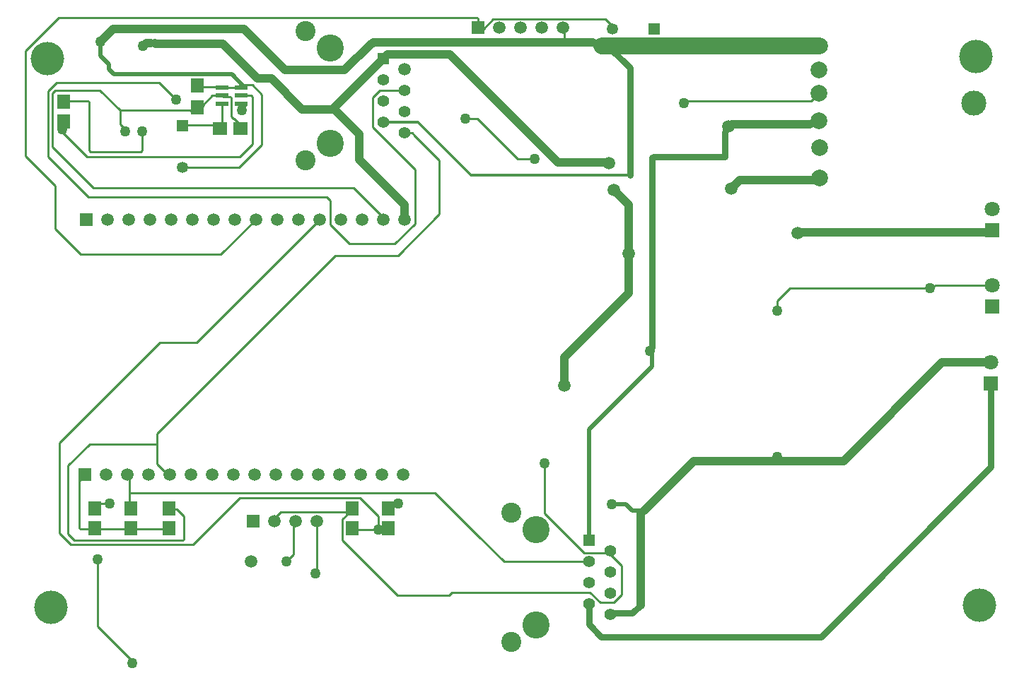
<source format=gtl>
%FSTAX23Y23*%
%MOIN*%
%SFA1B1*%

%IPPOS*%
%AMD16*
4,1,8,0.025600,0.011600,-0.025600,0.011600,-0.028500,0.008700,-0.028500,-0.008700,-0.025600,-0.011600,0.025600,-0.011600,0.028500,-0.008700,0.028500,0.008700,0.025600,0.011600,0.0*
1,1,0.005811,0.025600,0.008700*
1,1,0.005811,-0.025600,0.008700*
1,1,0.005811,-0.025600,-0.008700*
1,1,0.005811,0.025600,-0.008700*
%
%ADD13C,0.010000*%
%ADD14R,0.059055X0.070866*%
%ADD15R,0.070866X0.059055*%
G04~CAMADD=16~8~0.0~0.0~570.9~232.3~29.1~0.0~15~0.0~0.0~0.0~0.0~0~0.0~0.0~0.0~0.0~0~0.0~0.0~0.0~0.0~570.9~232.3*
%ADD16D16*%
%ADD35C,0.031496*%
%ADD36C,0.019685*%
%ADD37C,0.039370*%
%ADD38C,0.011811*%
%ADD39C,0.078740*%
%ADD40R,0.053150X0.053150*%
%ADD41C,0.053150*%
%ADD42C,0.059055*%
%ADD43R,0.059055X0.059055*%
%ADD44R,0.055039X0.055039*%
%ADD45C,0.055039*%
%ADD46C,0.127952*%
%ADD47C,0.094488*%
%ADD48R,0.053150X0.053150*%
%ADD49R,0.070866X0.070866*%
%ADD50C,0.070866*%
%ADD51C,0.050000*%
%ADD52C,0.118110*%
%ADD53C,0.078740*%
%ADD54C,0.157480*%
%LNbinbot_board-1*%
%LPD*%
G54D13*
X02729Y-02792D02*
X02794D01*
X0431Y-01295D02*
X04576D01*
X03623Y-0131D02*
X04285D01*
X04295D02*
X0431Y-01295D01*
X04285Y-0131D02*
X04295D01*
X03603Y-0133D02*
X03623Y-0131D01*
X0256Y-0016D02*
Y-00145D01*
Y-0008*
X00235Y-0252D02*
X00809D01*
X0018Y-02465D02*
Y-0204D01*
Y-02465D02*
X00235Y-0252D01*
X02755Y-0004D02*
X028Y-00085D01*
X02725Y-0004D02*
X02755D01*
X02225D02*
X02725D01*
X0218Y-00085D02*
X02225Y-0004D01*
X02155Y-00085D02*
X0218D01*
X02794Y-02792D02*
X0283Y-02756D01*
Y-02618*
X02769Y-02557D02*
X0283Y-02618D01*
X03565Y-02125D02*
Y-02105D01*
X0002Y-00685D02*
X0016Y-00825D01*
X0002Y-00685D02*
Y-0019D01*
X00178Y-00031*
X02149*
X00147Y-00642D02*
X0034Y-00835D01*
X00147Y-00642D02*
Y-00389D01*
X0034Y-00835D02*
X01566D01*
X01711Y-0098*
X01135Y-00631D02*
Y-00395D01*
X0109Y-0035D02*
X01135Y-00395D01*
X01049Y-0035D02*
X0109D01*
X02095Y-0051D02*
X0215D01*
X0234Y-007*
X03115Y-00445D02*
X03135Y-00425D01*
X02975Y-00693D02*
X0298Y-00687D01*
X0332Y-0057D02*
X03335Y-00555D01*
X03317Y-00687D02*
X0332Y-00685D01*
X03335Y-00555D02*
Y-00545D01*
X01185Y-02405D02*
X01224Y-02365D01*
X01549*
X01388Y-02655D02*
X01395Y-02648D01*
Y-0241*
X0125Y-026D02*
X01285Y-02565D01*
Y-0241*
X00361Y-02906D02*
X0053Y-03075D01*
X00361Y-02906D02*
Y-0259D01*
X0016Y-0103D02*
Y-00825D01*
X00571Y-00659D02*
Y-0057D01*
X00565Y-00665D02*
X00571Y-00659D01*
X0049Y-0057D02*
Y-00559D01*
X00466Y-00536D02*
Y-0047D01*
Y-00536D02*
X0049Y-00559D01*
X00321Y-00659D02*
Y-0043D01*
X00327Y-00665D02*
X00565D01*
X00321Y-00659D02*
X00327Y-00665D01*
X00311Y-0069D02*
X01031D01*
X00186Y-00565D02*
X00311Y-0069D01*
X01031D02*
X01091Y-0063D01*
X03563Y-0137D02*
X03564Y-01369D01*
X03563Y-01414D02*
Y-0137D01*
X03564Y-01369D02*
X03603Y-0133D01*
X02468Y-02372D02*
Y-02134D01*
X03755Y-008D02*
X03765Y-0079D01*
X03724Y-00425D02*
X03759Y-0039D01*
X03135Y-00425D02*
X03724D01*
X0234Y-007D02*
X0242D01*
X02155Y-00085D02*
Y-00037D01*
X02149Y-00031D02*
X02155Y-00037D01*
X00706Y-00993D02*
Y-00985D01*
X00941Y-0115D02*
X01106Y-00985D01*
X0016Y-0103D02*
X0028Y-0115D01*
X00941*
X0018Y-0204D02*
X00654Y-01565D01*
X00826*
X01772Y-02757D02*
X02016D01*
X01515Y-025D02*
X01772Y-02757D01*
X01515Y-025D02*
Y-024D01*
X01706Y-00525D02*
D01*
X0104Y-0047D02*
X01046D01*
X01048Y-00351D02*
X01049Y-0035D01*
X01037Y-00362D02*
X01046Y-00353D01*
X01048Y-00351*
X01028Y-00738D02*
X01135Y-00631D01*
X02681Y-02745D02*
X02729Y-02792D01*
X02456Y-02745D02*
X02681D01*
X02016Y-02757D02*
X02029Y-02745D01*
X01685Y-0245D02*
X01741D01*
X01577D02*
X01685D01*
X01597Y-02297D02*
X01685Y-02385D01*
Y-02454D02*
Y-02385D01*
X01031Y-02297D02*
X01597D01*
X00809Y-0252D02*
X01031Y-02297D01*
X00826Y-01565D02*
X01406Y-00985D01*
X01476Y-00465D02*
Y-00455D01*
X01339Y-00708D02*
Y-00705D01*
X02309Y-0298D02*
X02336D01*
X01515Y-024D02*
X01559Y-02355D01*
X01843Y-00576D02*
X01854Y-00587D01*
X01971Y-00705*
X01806Y-00575D02*
X01808Y-00576D01*
X01843*
X00946Y-0054D02*
Y-00437D01*
X00272Y-02439D02*
Y-02239D01*
X00336Y-02445D02*
X00346Y-02434D01*
X00278Y-02445D02*
X00336D01*
X00272Y-02439D02*
X00278Y-02445D01*
X0051Y-02275D02*
Y-02198D01*
Y-02348D02*
X00516Y-02355D01*
X00514Y-02275D02*
D01*
X00501Y-0219D02*
X0051Y-02198D01*
X00514Y-02275D02*
X01951D01*
X0051Y-02348D02*
Y-02275D01*
X02468Y-02372D02*
X02654Y-02557D01*
X02769*
X02776Y-0255*
X01971Y-0096D02*
Y-00705D01*
X01776Y-01155D02*
X01971Y-0096D01*
X01481Y-01155D02*
X01776D01*
X00641Y-02044D02*
Y-01995D01*
Y-0214D02*
Y-02044D01*
Y-01995D02*
X01481Y-01155D01*
X00766Y-02494D02*
Y-02385D01*
X0076Y-025D02*
X00766Y-02494D01*
X00251Y-025D02*
X0076D01*
X00221Y-0247D02*
X00251Y-025D01*
X00735Y-02353D02*
X00766Y-02385D01*
X00708Y-02341D02*
Y-02327D01*
Y-02341D02*
X00721Y-02353D01*
X00735*
X00221Y-0247D02*
Y-02145D01*
X00322Y-02044*
X00641*
X00346Y-02434D02*
X00357Y-02445D01*
X00516D02*
X00702D01*
X00357D02*
X00516D01*
X00272Y-02219D02*
X00301Y-0219D01*
X00272Y-02239D02*
Y-02219D01*
X01656Y-0055D02*
X01856Y-0075D01*
X01656Y-0055D02*
Y-0041D01*
X01691Y-00375*
X01825*
X00761Y-00738D02*
X01028D01*
X01091Y-0063D02*
Y-00405D01*
X01037Y-004D02*
X01085D01*
X01091Y-00405*
X00946Y-00362D02*
X01037D01*
X01047*
X00127Y-0069D02*
X00316Y-0088D01*
X01441D02*
X01456Y-00895D01*
X00316Y-0088D02*
X01441D01*
X00127Y-00379D02*
X00166Y-0034D01*
X00651D02*
X00731Y-0042D01*
X00166Y-0034D02*
X00651D01*
X00161Y-00375D02*
X00226D01*
X00371D02*
X00466Y-0047D01*
X00303Y-00375D02*
X00371D01*
X00127Y-0069D02*
Y-00379D01*
X00147Y-00389D02*
X00161Y-00375D01*
X00226D02*
X00303D01*
X00185Y-00425D02*
X00315D01*
X00321Y-0043*
X04576Y-01295D02*
X04607D01*
X00641Y-0214D02*
X007Y-02198D01*
X01456Y-01007D02*
X01548Y-011D01*
X01456Y-01007D02*
Y-00895D01*
X01761Y-011D02*
X01856Y-01005D01*
Y-0075*
X01548Y-011D02*
X01761D01*
X01003Y-0051D02*
X01026Y-00533D01*
X00951Y-00405D02*
X00985D01*
X00991Y-005D02*
Y-0041D01*
X01026Y-00535D02*
Y-00533D01*
X00985Y-00405D02*
X00991Y-0041D01*
Y-005D02*
X01001Y-0051D01*
X01003*
X00186Y-00565D02*
Y-00505D01*
X01616Y-01005D02*
Y-00998D01*
X01594Y-00975D02*
X01616Y-00998D01*
X01587Y-00975D02*
X01594D01*
X00371Y-02325D02*
X00406D01*
X00346Y-02349D02*
X00371Y-02325D01*
X00346Y-02355D02*
Y-02349D01*
X00616Y-0219D02*
Y-02185D01*
X02029Y-02745D02*
X02456D01*
X01559Y-02355D02*
X01561D01*
Y-02434D02*
X01577Y-0245D01*
X01951Y-02275D02*
X02151Y-02475D01*
X00831Y-00445D02*
Y-00444D01*
X00807Y-0047D02*
X00831Y-00445D01*
X00466Y-0047D02*
X00807D01*
X00746Y-0054D02*
X00942D01*
X008Y-00475D02*
X00807Y-00483D01*
X02151Y-02475D02*
X02276Y-026D01*
X02676*
X00856Y-00445D02*
X00901Y-004D01*
X01054Y-00437D02*
X0106Y-00444D01*
X00832Y-0036D02*
X00947D01*
X00856Y-00453D02*
Y-00445D01*
X00831Y-0036D02*
X00832Y-0036D01*
X00831Y-00365D02*
Y-0036D01*
X00807Y-00483D02*
X00829Y-00461D01*
Y-00447*
X01037Y-00437D02*
X01054D01*
X00946Y-004D02*
X00951Y-00405D01*
X00901Y-004D02*
X00946D01*
X0106Y-00446D02*
Y-00444D01*
G54D14*
X00696Y-02347D03*
Y-02442D03*
X00831Y-00353D03*
Y-00456D03*
X01561Y-02347D03*
Y-02442D03*
X01731Y-02347D03*
Y-02442D03*
X00516D03*
Y-02347D03*
X00346Y-02442D03*
Y-02347D03*
X00201Y-00522D03*
Y-00427D03*
G54D15*
X00938Y-00555D03*
X01033D03*
G54D16*
X00946Y-00362D03*
Y-004D03*
Y-00437D03*
X01037D03*
Y-004D03*
Y-00362D03*
G54D35*
X04571Y-02153D02*
Y-0176D01*
X0377Y-02955D02*
X04571Y-02153D01*
X02735Y-02955D02*
X0377D01*
X02676Y-02896D02*
X02735Y-02955D01*
X02676Y-02896D02*
Y-028D01*
X0287Y-00775D02*
Y-0027D01*
X02765Y-00165D02*
X0287Y-0027D01*
X02965Y-01599D02*
X02975Y-01589D01*
Y-00693*
X02965Y-01605D02*
Y-01599D01*
X0061Y-00151D02*
X0063D01*
X0292Y-02376D02*
X02936Y-0236D01*
X0298Y-00687D02*
X03317D01*
Y-00573D02*
X0332Y-0057D01*
X03317Y-00687D02*
Y-00573D01*
X03744Y-00535D02*
X03759Y-0052D01*
X03717Y-00535D02*
X03723Y-00529D01*
X03738D02*
X03744Y-00535D01*
X03335Y-00545D02*
X0334D01*
X0335Y-00535*
X03723Y-00529D02*
X03738D01*
X04558Y-01046D02*
X04561Y-0105D01*
X0366D02*
X03663Y-01046D01*
X02801Y-02843D02*
X02881D01*
X0292Y-02805*
X02765Y-00715D02*
X0277Y-0072D01*
G54D36*
X0288Y-0236D02*
X02936D01*
X00375Y-00213D02*
X00413Y-00251D01*
X00375Y-00213D02*
Y-00145D01*
X00413Y-00276D02*
Y-00251D01*
X02785Y-0233D02*
X0285D01*
X0288Y-0236*
X02975Y-01677D02*
Y-01605D01*
X00413Y-00276D02*
X00436Y-003D01*
X00992*
X01047Y-00355*
X02676Y-01976D02*
X02975Y-01677D01*
X02676Y-025D02*
Y-01976D01*
X04561Y-0105D02*
X04576Y-01035D01*
X02776Y-0285D02*
X02783Y-02843D01*
X02801*
X01051Y-00355D02*
X01056Y-0036D01*
G54D37*
X02561Y-01769D02*
Y-01635D01*
X02865Y-01331*
X01655Y-00155D02*
X0166Y-0015D01*
X01525Y-0028D02*
X0165Y-00155D01*
X01655*
X0166Y-0015D02*
X0256D01*
X02565D02*
X02695D01*
X01706Y-00225D02*
X01726Y-00205D01*
X0202D02*
X0253Y-00715D01*
X01726Y-00205D02*
X0202D01*
X02795Y-00845D02*
X02865Y-00915D01*
Y-01145D02*
Y-00915D01*
Y-01331D02*
Y-01145D01*
X01558Y-00546D02*
X01581Y-00569D01*
X01594Y-00702D02*
Y-00582D01*
X01558Y-00546D02*
X01594Y-00582D01*
X01325Y-00465D02*
X01476D01*
X0118Y-0032D02*
X01325Y-00465D01*
X01476Y-00455D02*
X01706Y-00225D01*
X01115Y-0032D02*
X0118D01*
X02936Y-0236D02*
X03171Y-02125D01*
X03572*
X03876D02*
X04341Y-0166D01*
X03565Y-02125D02*
X03876D01*
X0105Y-00085D02*
X01245Y-0028D01*
X00435Y-00085D02*
X0105D01*
X01245Y-0028D02*
X01525D01*
X00375Y-00145D02*
X00435Y-00085D01*
X00576Y-00162D02*
X00579D01*
X00591Y-00151*
X0061*
X00634Y-00155D02*
X0073D01*
X0063Y-00151D02*
X00634Y-00155D01*
X00826D02*
X0095D01*
X01115Y-0032*
X0335Y-00535D02*
X03717D01*
X01806Y-00985D02*
Y-00915D01*
X03663Y-01046D02*
X04558D01*
X03345Y-0084D02*
X03347D01*
X03387Y-008D02*
X03744D01*
X03746Y-00797*
X03752*
X03347Y-0084D02*
X03387Y-008D01*
X03752Y-00797D02*
X03755Y-008D01*
X01594Y-00702D02*
X01806Y-00915D01*
X0073Y-00155D02*
X00826D01*
X0292Y-02805D02*
Y-02376D01*
X0253Y-00715D02*
X02765D01*
X01476Y-00465D02*
X01514Y-00502D01*
X01558Y-00546*
X04341Y-0166D02*
X04571D01*
G54D38*
X0187Y-00525D02*
X0212Y-00775D01*
X0287*
X01706Y-00525D02*
X0187D01*
G54D39*
X02736Y-00165D02*
X03755D01*
G54D40*
X02983Y-00085D03*
G54D41*
X02786Y-00085D03*
X00761Y-00738D03*
G54D42*
X01395Y-0241D03*
X01295D03*
X01195D03*
X02255Y-0008D03*
X02355D03*
X02455D03*
X02555D03*
X01806Y-00275D03*
X01801Y-0219D03*
X01701D03*
X01601D03*
X01501D03*
X01401D03*
X01301D03*
X01201D03*
X01101D03*
X01001D03*
X00901D03*
X00801D03*
X00701D03*
X00601D03*
X00501D03*
X00401D03*
X00406Y-00985D03*
X00506D03*
X00606D03*
X00706D03*
X00806D03*
X00906D03*
X01006D03*
X01106D03*
X01206D03*
X01306D03*
X01406D03*
X01506D03*
X01606D03*
X01706D03*
X01806D03*
X01085Y-026D03*
X02561Y-01769D03*
X02865Y-01145D03*
X03335Y-00545D03*
X0366Y-0105D03*
X02795Y-00845D03*
X03347Y-0084D03*
X0277Y-0072D03*
G54D43*
X01095Y-0241D03*
X02155Y-0008D03*
X00301Y-0219D03*
X00306Y-00985D03*
G54D44*
X01706Y-00225D03*
X02676Y-025D03*
G54D45*
X01806Y-00375D03*
X01706Y-00425D03*
Y-00325D03*
X01806Y-00475D03*
X01706Y-00525D03*
X01806Y-00575D03*
X02776Y-0265D03*
X02676Y-027D03*
Y-026D03*
X02776Y-0275D03*
Y-0255D03*
X02676Y-028D03*
X02776Y-0285D03*
G54D46*
X01456Y-00175D03*
Y-00625D03*
X02426Y-0245D03*
Y-029D03*
G54D47*
X01339Y-00094D03*
Y-00705D03*
X02309Y-02369D03*
Y-0298D03*
G54D48*
X00761Y-00541D03*
G54D49*
X04576Y-01035D03*
Y-01395D03*
X04571Y-0176D03*
G54D50*
X04576Y-00935D03*
Y-01295D03*
X04571Y-0166D03*
G54D51*
X04285Y-0131D03*
X00574Y-00165D03*
X00375Y-00145D03*
X02095Y-0051D03*
X03125Y-00435D03*
X03565Y-02105D03*
X02785Y-0233D03*
X02965Y-01605D03*
X01388Y-02655D03*
X0125Y-026D03*
X00525Y-0308D03*
X00361Y-0259D03*
X00571Y-0057D03*
X0049D03*
X03563Y-01414D03*
X02468Y-02134D03*
X0242Y-007D03*
X00195Y-0056D03*
X0104Y-0047D03*
X01776Y-02325D03*
X01685Y-0245D03*
X00416Y-02325D03*
X00731Y-0042D03*
G54D52*
X04489Y-00435D03*
G54D53*
X03765Y-0079D03*
Y-00645D03*
X03759Y-0052D03*
Y-0039D03*
Y-0028D03*
X03764Y-00165D03*
G54D54*
X00125Y-00224D03*
X045Y-00214D03*
X04516Y-02805D03*
X00141Y-02815D03*
M02*
</source>
